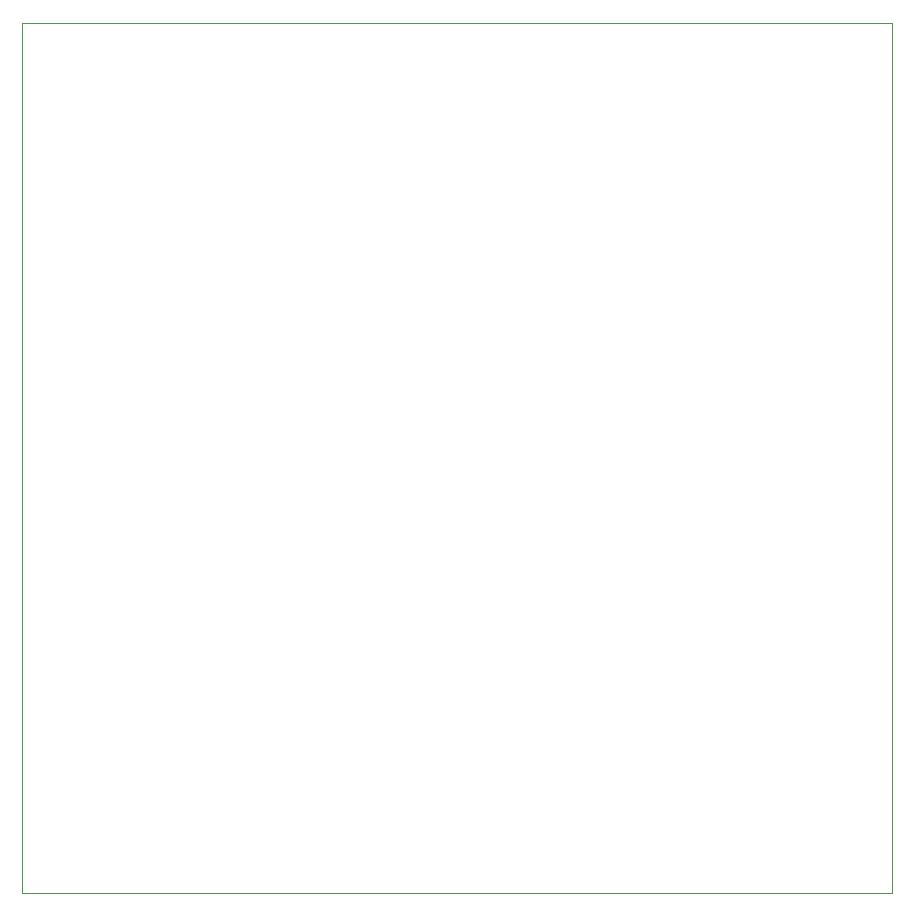
<source format=gbr>
%TF.GenerationSoftware,KiCad,Pcbnew,7.0.2*%
%TF.CreationDate,2023-06-24T18:04:26+09:00*%
%TF.ProjectId,TangNanoZ80MEM,54616e67-4e61-46e6-9f5a-38304d454d2e,rev?*%
%TF.SameCoordinates,Original*%
%TF.FileFunction,Profile,NP*%
%FSLAX46Y46*%
G04 Gerber Fmt 4.6, Leading zero omitted, Abs format (unit mm)*
G04 Created by KiCad (PCBNEW 7.0.2) date 2023-06-24 18:04:26*
%MOMM*%
%LPD*%
G01*
G04 APERTURE LIST*
%TA.AperFunction,Profile*%
%ADD10C,0.100000*%
%TD*%
G04 APERTURE END LIST*
D10*
X0Y0D02*
X73660000Y0D01*
X73660000Y0D02*
X73660000Y-73660000D01*
X0Y-73660000D02*
X0Y0D01*
X73660000Y-73660000D02*
X0Y-73660000D01*
M02*

</source>
